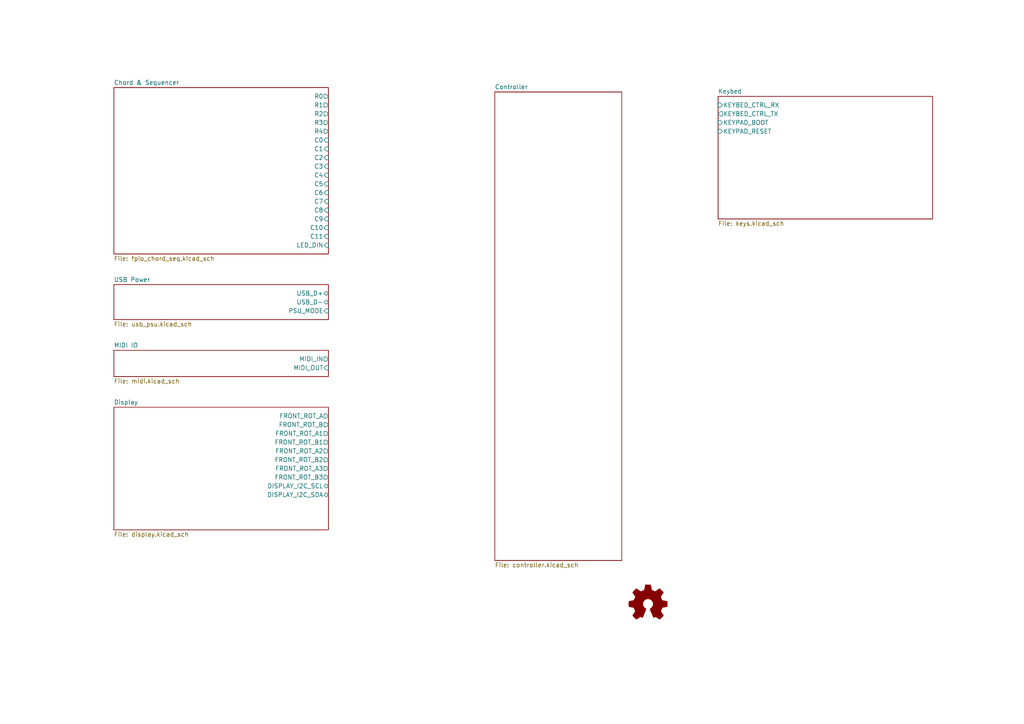
<source format=kicad_sch>
(kicad_sch (version 20230121) (generator eeschema)
  (paper "A4")
  (lib_symbols
    (symbol "Graphic:Logo_Open_Hardware_Small" (in_bom no) (on_board no)
      (symbol "Logo_Open_Hardware_Small_0_1"
        (polyline (pts (xy 3.3528 -4.3434) (xy 3.302 -4.318) (xy 3.175 -4.2418) (xy 2.9972 -4.1148) (xy 2.7686 -3.9624) (xy 2.54 -3.81) (xy 2.3622 -3.7084) (xy 2.2352 -3.6068) (xy 2.1844 -3.5814) (xy 2.159 -3.6068) (xy 2.0574 -3.6576) (xy 1.905 -3.7338) (xy 1.8034 -3.7846) (xy 1.6764 -3.8354) (xy 1.6002 -3.8354) (xy 1.6002 -3.8354) (xy 1.5494 -3.7338) (xy 1.4732 -3.5306) (xy 1.3462 -3.302) (xy 1.2446 -3.0226) (xy 1.1176 -2.7178) (xy 0.9652 -2.413) (xy 0.8636 -2.1082) (xy 0.7366 -1.8288) (xy 0.6604 -1.6256) (xy 0.6096 -1.4732) (xy 0.5842 -1.397) (xy 0.5842 -1.397) (xy 0.6604 -1.3208) (xy 0.7874 -1.2446) (xy 1.0414 -1.016) (xy 1.2954 -0.6858) (xy 1.4478 -0.3302) (xy 1.524 0.0762) (xy 1.4732 0.4572) (xy 1.3208 0.8128) (xy 1.0668 1.143) (xy 0.762 1.3716) (xy 0.4064 1.524) (xy 0 1.5748) (xy -0.381 1.5494) (xy -0.7366 1.397) (xy -1.0668 1.143) (xy -1.2192 0.9906) (xy -1.397 0.6604) (xy -1.524 0.3048) (xy -1.524 0.2286) (xy -1.4986 -0.1778) (xy -1.397 -0.5334) (xy -1.1938 -0.8636) (xy -0.9144 -1.143) (xy -0.8636 -1.1684) (xy -0.7366 -1.27) (xy -0.635 -1.3462) (xy -0.5842 -1.397) (xy -1.0668 -2.5908) (xy -1.143 -2.794) (xy -1.2954 -3.1242) (xy -1.397 -3.4036) (xy -1.4986 -3.6322) (xy -1.5748 -3.7846) (xy -1.6002 -3.8354) (xy -1.6002 -3.8354) (xy -1.651 -3.8354) (xy -1.7272 -3.81) (xy -1.905 -3.7338) (xy -2.0066 -3.683) (xy -2.1336 -3.6068) (xy -2.2098 -3.5814) (xy -2.2606 -3.6068) (xy -2.3622 -3.683) (xy -2.54 -3.81) (xy -2.7686 -3.9624) (xy -2.9718 -4.0894) (xy -3.1496 -4.2164) (xy -3.302 -4.318) (xy -3.3528 -4.3434) (xy -3.3782 -4.3434) (xy -3.429 -4.318) (xy -3.5306 -4.2164) (xy -3.7084 -4.064) (xy -3.937 -3.8354) (xy -3.9624 -3.81) (xy -4.1656 -3.6068) (xy -4.318 -3.4544) (xy -4.4196 -3.3274) (xy -4.445 -3.2766) (xy -4.445 -3.2766) (xy -4.4196 -3.2258) (xy -4.318 -3.0734) (xy -4.2164 -2.8956) (xy -4.064 -2.667) (xy -3.6576 -2.0828) (xy -3.8862 -1.5494) (xy -3.937 -1.3716) (xy -4.0386 -1.1684) (xy -4.0894 -1.0414) (xy -4.1148 -0.9652) (xy -4.191 -0.9398) (xy -4.318 -0.9144) (xy -4.5466 -0.8636) (xy -4.8006 -0.8128) (xy -5.0546 -0.7874) (xy -5.2578 -0.7366) (xy -5.4356 -0.7112) (xy -5.5118 -0.6858) (xy -5.5118 -0.6858) (xy -5.5372 -0.635) (xy -5.5372 -0.5588) (xy -5.5372 -0.4318) (xy -5.5626 -0.2286) (xy -5.5626 0.0762) (xy -5.5626 0.127) (xy -5.5372 0.4064) (xy -5.5372 0.635) (xy -5.5372 0.762) (xy -5.5372 0.8382) (xy -5.5372 0.8382) (xy -5.461 0.8382) (xy -5.3086 0.889) (xy -5.08 0.9144) (xy -4.826 0.9652) (xy -4.8006 0.9906) (xy -4.5466 1.0414) (xy -4.318 1.0668) (xy -4.1656 1.1176) (xy -4.0894 1.143) (xy -4.0894 1.143) (xy -4.0386 1.2446) (xy -3.9624 1.4224) (xy -3.8608 1.6256) (xy -3.7846 1.8288) (xy -3.7084 2.0066) (xy -3.6576 2.159) (xy -3.6322 2.2098) (xy -3.6322 2.2098) (xy -3.683 2.286) (xy -3.7592 2.413) (xy -3.8862 2.5908) (xy -4.064 2.8194) (xy -4.064 2.8448) (xy -4.2164 3.0734) (xy -4.3434 3.2512) (xy -4.4196 3.3782) (xy -4.445 3.4544) (xy -4.445 3.4544) (xy -4.3942 3.5052) (xy -4.2926 3.6322) (xy -4.1148 3.81) (xy -3.937 4.0132) (xy -3.8608 4.064) (xy -3.6576 4.2926) (xy -3.5052 4.4196) (xy -3.4036 4.4958) (xy -3.3528 4.5212) (xy -3.3528 4.5212) (xy -3.302 4.4704) (xy -3.1496 4.3688) (xy -2.9718 4.2418) (xy -2.7432 4.0894) (xy -2.7178 4.0894) (xy -2.4892 3.937) (xy -2.3114 3.81) (xy -2.1844 3.7084) (xy -2.1336 3.683) (xy -2.1082 3.683) (xy -2.032 3.7084) (xy -1.8542 3.7592) (xy -1.6764 3.8354) (xy -1.4732 3.937) (xy -1.27 4.0132) (xy -1.143 4.064) (xy -1.0668 4.1148) (xy -1.0668 4.1148) (xy -1.0414 4.191) (xy -1.016 4.3434) (xy -0.9652 4.572) (xy -0.9144 4.8514) (xy -0.889 4.9022) (xy -0.8382 5.1562) (xy -0.8128 5.3848) (xy -0.7874 5.5372) (xy -0.762 5.588) (xy -0.7112 5.6134) (xy -0.5842 5.6134) (xy -0.4064 5.6134) (xy -0.1524 5.6134) (xy 0.0762 5.6134) (xy 0.3302 5.6134) (xy 0.5334 5.6134) (xy 0.6858 5.588) (xy 0.7366 5.588) (xy 0.7366 5.588) (xy 0.762 5.5118) (xy 0.8128 5.334) (xy 0.8382 5.1054) (xy 0.9144 4.826) (xy 0.9144 4.7752) (xy 0.9652 4.5212) (xy 1.016 4.2926) (xy 1.0414 4.1402) (xy 1.0668 4.0894) (xy 1.0668 4.0894) (xy 1.1938 4.0386) (xy 1.3716 3.9624) (xy 1.5748 3.8608) (xy 2.0828 3.6576) (xy 2.7178 4.0894) (xy 2.7686 4.1402) (xy 2.9972 4.2926) (xy 3.175 4.4196) (xy 3.302 4.4958) (xy 3.3782 4.5212) (xy 3.3782 4.5212) (xy 3.429 4.4704) (xy 3.556 4.3434) (xy 3.7338 4.191) (xy 3.9116 3.9878) (xy 4.064 3.8354) (xy 4.2418 3.6576) (xy 4.3434 3.556) (xy 4.4196 3.4798) (xy 4.4196 3.429) (xy 4.4196 3.4036) (xy 4.3942 3.3274) (xy 4.2926 3.2004) (xy 4.1656 2.9972) (xy 4.0132 2.794) (xy 3.8862 2.5908) (xy 3.7592 2.3876) (xy 3.6576 2.2352) (xy 3.6322 2.159) (xy 3.6322 2.1336) (xy 3.683 2.0066) (xy 3.7592 1.8288) (xy 3.8608 1.6002) (xy 4.064 1.1176) (xy 4.3942 1.0414) (xy 4.5974 1.016) (xy 4.8768 0.9652) (xy 5.1308 0.9144) (xy 5.5372 0.8382) (xy 5.5626 -0.6604) (xy 5.4864 -0.6858) (xy 5.4356 -0.6858) (xy 5.2832 -0.7366) (xy 5.0546 -0.762) (xy 4.8006 -0.8128) (xy 4.5974 -0.8636) (xy 4.3688 -0.9144) (xy 4.2164 -0.9398) (xy 4.1402 -0.9398) (xy 4.1148 -0.9652) (xy 4.064 -1.0668) (xy 3.9878 -1.2446) (xy 3.9116 -1.4478) (xy 3.81 -1.651) (xy 3.7338 -1.8542) (xy 3.683 -2.0066) (xy 3.6576 -2.0828) (xy 3.683 -2.1336) (xy 3.7846 -2.2606) (xy 3.8862 -2.4638) (xy 4.0386 -2.667) (xy 4.191 -2.8956) (xy 4.318 -3.0734) (xy 4.3942 -3.2004) (xy 4.445 -3.2766) (xy 4.4196 -3.3274) (xy 4.3434 -3.429) (xy 4.1656 -3.5814) (xy 3.937 -3.8354) (xy 3.8862 -3.8608) (xy 3.683 -4.064) (xy 3.5306 -4.2164) (xy 3.4036 -4.318) (xy 3.3528 -4.3434)) (fill (type outline)))
      )
    )
  )
  (symbol (lib_id "Graphic:Logo_Open_Hardware_Small") (at 187.96 175.26 0) (unit 1) (in_bom no) (on_board no)
    (property "Reference" "#SYM1" (effects hide))
    (property "Value" "Logo_Open_Hardware_Small" (effects hide))
    (property "Sim.Enable" "0" (effects hide))
  )
  (sheet (at 143.51 26.67) (size 36.83 135.89) (stroke (width 0.1524))
    (property "Sheetname" "Controller" (at 143.51 25.9584 0) (effects (justify left bottom)))
    (property "Sheetfile" "controller.kicad_sch" (at 143.51 163.1446 0) (effects (justify left top)))
  )
  (sheet (at 33.02 101.6) (size 62.23 7.62) (stroke (width 0.1524))
    (property "Sheetname" "MIDI IO" (at 33.02 100.8884 0) (effects (justify left bottom)))
    (property "Sheetfile" "midi.kicad_sch" (at 33.02 109.8046 0) (effects (justify left top)))
    (pin "MIDI_IN" output (at 95.25 104.14 0))
    (pin "MIDI_OUT" input (at 95.25 106.68 0))
  )
  (sheet (at 33.02 82.55) (size 62.23 10.16) (stroke (width 0.1524))
    (property "Sheetname" "USB Power" (at 33.02 81.8384 0) (effects (justify left bottom)))
    (property "Sheetfile" "usb_psu.kicad_sch" (at 33.02 93.2946 0) (effects (justify left top)))
    (pin "USB_D-" bidirectional (at 95.25 87.63 0))
    (pin "USB_D+" bidirectional (at 95.25 85.09 0))
    (pin "PSU_MODE" input (at 95.25 90.17 0))
  )
  (sheet (at 33.02 25.4) (size 62.23 48.26) (stroke (width 0.1524))
    (property "Sheetname" "Chord & Sequencer" (at 33.02 24.6884 0) (effects (justify left bottom)))
    (property "Sheetfile" "fpio_chord_seq.kicad_sch" (at 33.02 74.2446 0) (effects (justify left top)))
    (pin "C7" input (at 95.25 58.42 0))
    (pin "C6" input (at 95.25 55.88 0))
    (pin "C2" input (at 95.25 45.72 0))
    (pin "C5" input (at 95.25 53.34 0))
    (pin "C3" input (at 95.25 48.26 0))
    (pin "C4" input (at 95.25 50.8 0))
    (pin "R0" output (at 95.25 27.94 0))
    (pin "C1" input (at 95.25 43.18 0))
    (pin "C0" input (at 95.25 40.64 0))
    (pin "R1" output (at 95.25 30.48 0))
    (pin "R2" output (at 95.25 33.02 0))
    (pin "R4" output (at 95.25 38.1 0))
    (pin "R3" output (at 95.25 35.56 0))
    (pin "LED_DIN" input (at 95.25 71.12 0))
    (pin "C8" input (at 95.25 60.96 0))
    (pin "C9" input (at 95.25 63.5 0))
    (pin "C10" input (at 95.25 66.04 0))
    (pin "C11" input (at 95.25 68.58 0))
  )
  (sheet (at 33.02 118.11) (size 62.23 35.56) (stroke (width 0.1524))
    (property "Sheetname" "Display" (at 33.02 117.3984 0) (effects (justify left bottom)))
    (property "Sheetfile" "display.kicad_sch" (at 33.02 154.2546 0) (effects (justify left top)))
    (pin "FRONT_ROT_A2" output (at 95.25 130.81 0))
    (pin "FRONT_ROT_B2" output (at 95.25 133.35 0))
    (pin "FRONT_ROT_A1" output (at 95.25 125.73 0))
    (pin "FRONT_ROT_B1" output (at 95.25 128.27 0))
    (pin "DISPLAY_I2C_SCL" bidirectional (at 95.25 140.97 0))
    (pin "FRONT_ROT_A" output (at 95.25 120.65 0))
    (pin "FRONT_ROT_B" output (at 95.25 123.19 0))
    (pin "DISPLAY_I2C_SDA" bidirectional (at 95.25 143.51 0))
    (pin "FRONT_ROT_A3" output (at 95.25 135.89 0))
    (pin "FRONT_ROT_B3" output (at 95.25 138.43 0))
  )
  (sheet (at 208.28 27.94) (size 62.23 35.56) (stroke (width 0.1524))
    (property "Sheetname" "Keybed" (at 208.28 27.2284 0) (effects (justify left bottom)))
    (property "Sheetfile" "keys.kicad_sch" (at 208.28 64.0846 0) (effects (justify left top)))
    (pin "KEYBED_CTRL_RX" input (at 208.28 30.48 180))
    (pin "KEYBED_CTRL_TX" output (at 208.28 33.02 180))
    (pin "KEYPAD_BOOT" input (at 208.28 35.56 180))
    (pin "KEYPAD_RESET" input (at 208.28 38.1 180))
  )
)
</source>
